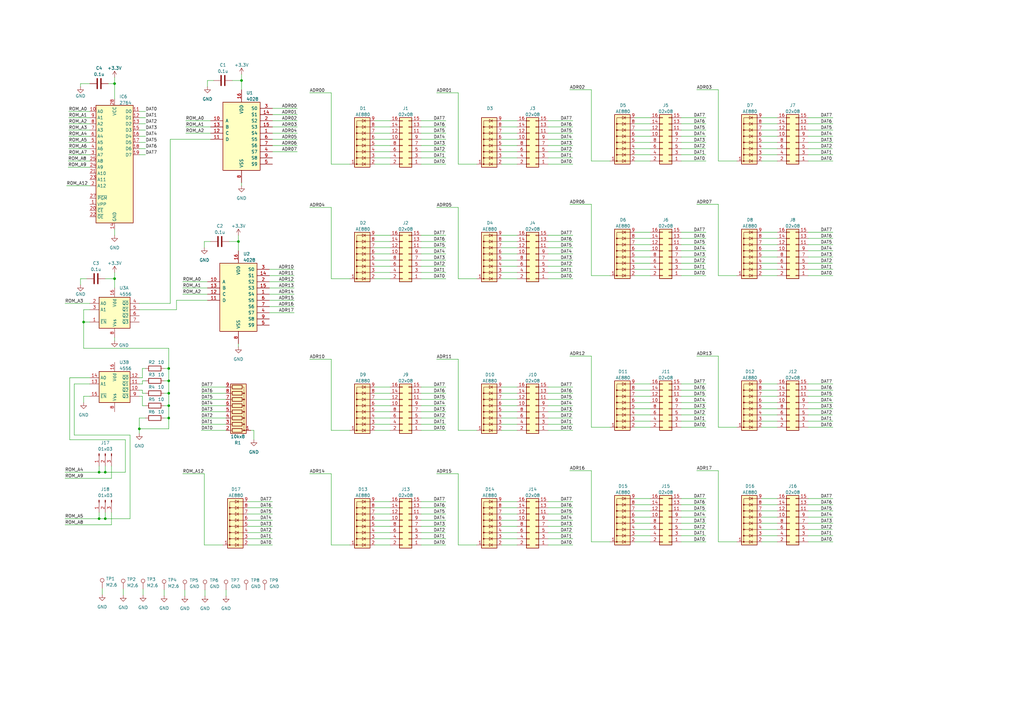
<source format=kicad_sch>
(kicad_sch (version 20230121) (generator eeschema)
  (paper "A3")
  (junction (at 57.15 175.895))
  (junction (at 69.215 156.21))
  (junction (at 69.215 161.29))
  (junction (at 46.99 114.3))
  (junction (at 43.18 193.675))
  (junction (at 40.64 193.675))
  (junction (at 69.215 151.13))
  (junction (at 69.215 166.37))
  (junction (at 99.06 33.02))
  (junction (at 40.64 212.725))
  (junction (at 34.29 132.08))
  (junction (at 43.18 212.725))
  (junction (at 69.215 171.45))
  (junction (at 46.99 34.29))
  (junction (at 97.79 99.06))
  (wire (pts (xy 331.47 60.96) (xy 341.4177 60.96)))
  (wire (pts (xy 224.79 220.98) (xy 234.95 220.98)))
  (wire (pts (xy 95.25 33.02) (xy 99.06 33.02)))
  (wire (pts (xy 34.29 132.08) (xy 36.83 132.08)))
  (wire (pts (xy 153.67 96.52) (xy 160.02 96.52)))
  (wire (pts (xy 312.42 217.17) (xy 318.77 217.17)))
  (wire (pts (xy 172.72 205.74) (xy 182.88 205.74)))
  (wire (pts (xy 172.72 220.98) (xy 182.88 220.98)))
  (wire (pts (xy 59.69 156.21) (xy 58.42 156.21)))
  (wire (pts (xy 224.79 163.83) (xy 234.95 163.83)))
  (wire (pts (xy 224.79 223.52) (xy 234.95 223.52)))
  (wire (pts (xy 224.79 218.44) (xy 234.7377 218.44)))
  (wire (pts (xy 72.39 123.19) (xy 85.09 123.19)))
  (wire (pts (xy 51.435 180.34) (xy 51.435 193.675)))
  (wire (pts (xy 205.74 111.76) (xy 212.09 111.76)))
  (wire (pts (xy 279.4 100.33) (xy 289.56 100.33)))
  (wire (pts (xy 312.42 53.34) (xy 318.77 53.34)))
  (wire (pts (xy 205.74 223.52) (xy 212.09 223.52)))
  (wire (pts (xy 57.15 60.96) (xy 59.69 60.96)))
  (wire (pts (xy 312.42 219.71) (xy 318.77 219.71)))
  (wire (pts (xy 331.47 53.34) (xy 341.63 53.34)))
  (wire (pts (xy 312.42 97.79) (xy 318.77 97.79)))
  (wire (pts (xy 205.74 99.06) (xy 212.09 99.06)))
  (wire (pts (xy 312.42 100.33) (xy 318.77 100.33)))
  (wire (pts (xy 260.35 113.03) (xy 266.7 113.03)))
  (wire (pts (xy 153.67 213.36) (xy 160.02 213.36)))
  (wire (pts (xy 224.79 109.22) (xy 234.7377 109.22)))
  (wire (pts (xy 312.42 107.95) (xy 318.77 107.95)))
  (wire (pts (xy 172.72 106.68) (xy 182.88 106.68)))
  (wire (pts (xy 59.69 151.13) (xy 58.42 151.13)))
  (wire (pts (xy 187.96 194.31) (xy 187.96 223.52)))
  (wire (pts (xy 205.74 52.07) (xy 212.09 52.07)))
  (wire (pts (xy 331.47 162.56) (xy 341.63 162.56)))
  (wire (pts (xy 57.15 171.45) (xy 59.69 171.45)))
  (wire (pts (xy 205.74 158.75) (xy 212.09 158.75)))
  (wire (pts (xy 224.79 208.28) (xy 234.95 208.28)))
  (wire (pts (xy 312.42 110.49) (xy 318.77 110.49)))
  (wire (pts (xy 205.74 49.53) (xy 212.09 49.53)))
  (wire (pts (xy 36.83 154.94) (xy 28.575 154.94)))
  (wire (pts (xy 312.42 160.02) (xy 318.77 160.02)))
  (wire (pts (xy 242.57 146.05) (xy 242.57 175.26)))
  (wire (pts (xy 172.72 173.99) (xy 182.88 173.99)))
  (wire (pts (xy 312.42 204.47) (xy 318.77 204.47)))
  (wire (pts (xy 205.74 64.77) (xy 212.09 64.77)))
  (wire (pts (xy 57.15 127) (xy 72.39 127)))
  (wire (pts (xy 153.67 52.07) (xy 160.02 52.07)))
  (wire (pts (xy 205.74 213.36) (xy 212.09 213.36)))
  (wire (pts (xy 242.57 36.83) (xy 242.57 66.04)))
  (wire (pts (xy 312.42 48.26) (xy 318.77 48.26)))
  (wire (pts (xy 172.72 114.3) (xy 182.88 114.3)))
  (wire (pts (xy 294.64 113.03) (xy 302.26 113.03)))
  (wire (pts (xy 153.67 114.3) (xy 160.02 114.3)))
  (wire (pts (xy 294.64 175.26) (xy 302.26 175.26)))
  (wire (pts (xy 69.215 166.37) (xy 69.215 171.45)))
  (wire (pts (xy 46.99 111.76) (xy 46.99 114.3)))
  (wire (pts (xy 224.79 57.15) (xy 234.95 57.15)))
  (wire (pts (xy 205.74 161.29) (xy 212.09 161.29)))
  (wire (pts (xy 312.42 95.25) (xy 318.77 95.25)))
  (wire (pts (xy 86.36 57.15) (xy 69.85 57.15)))
  (wire (pts (xy 331.47 55.88) (xy 341.63 55.88)))
  (wire (pts (xy 153.67 104.14) (xy 160.02 104.14)))
  (wire (pts (xy 260.35 55.88) (xy 266.7 55.88)))
  (wire (pts (xy 331.47 212.09) (xy 341.63 212.09)))
  (wire (pts (xy 111.76 59.69) (xy 121.92 59.69)))
  (wire (pts (xy 67.31 161.29) (xy 69.215 161.29)))
  (wire (pts (xy 97.79 140.97) (xy 97.79 142.24)))
  (wire (pts (xy 205.74 109.22) (xy 212.09 109.22)))
  (wire (pts (xy 172.72 62.23) (xy 182.6677 62.23)))
  (wire (pts (xy 101.6 213.36) (xy 111.76 213.36)))
  (wire (pts (xy 111.76 57.15) (xy 121.92 57.15)))
  (wire (pts (xy 172.72 215.9) (xy 182.88 215.9)))
  (wire (pts (xy 153.67 99.06) (xy 160.02 99.06)))
  (wire (pts (xy 260.35 165.1) (xy 266.7 165.1)))
  (wire (pts (xy 59.69 161.29) (xy 58.42 161.29)))
  (wire (pts (xy 205.74 220.98) (xy 212.09 220.98)))
  (wire (pts (xy 294.64 193.04) (xy 294.64 222.25)))
  (wire (pts (xy 69.215 175.895) (xy 57.15 175.895)))
  (wire (pts (xy 85.09 35.56) (xy 85.09 33.02)))
  (wire (pts (xy 279.4 222.25) (xy 289.56 222.25)))
  (wire (pts (xy 44.45 34.29) (xy 46.99 34.29)))
  (wire (pts (xy 279.4 219.71) (xy 289.56 219.71)))
  (wire (pts (xy 312.42 58.42) (xy 318.77 58.42)))
  (wire (pts (xy 279.4 207.01) (xy 289.56 207.01)))
  (wire (pts (xy 205.74 101.6) (xy 212.09 101.6)))
  (wire (pts (xy 187.96 147.32) (xy 187.96 176.53)))
  (wire (pts (xy 110.49 128.27) (xy 120.65 128.27)))
  (wire (pts (xy 27.94 68.58) (xy 36.83 68.58)))
  (wire (pts (xy 224.79 67.31) (xy 234.95 67.31)))
  (wire (pts (xy 127 194.31) (xy 135.89 194.31)))
  (wire (pts (xy 40.64 193.675) (xy 43.18 193.675)))
  (wire (pts (xy 110.49 123.19) (xy 120.65 123.19)))
  (wire (pts (xy 26.67 193.675) (xy 40.64 193.675)))
  (wire (pts (xy 224.79 106.68) (xy 234.95 106.68)))
  (wire (pts (xy 260.35 100.33) (xy 266.7 100.33)))
  (wire (pts (xy 279.4 214.63) (xy 289.56 214.63)))
  (wire (pts (xy 135.89 194.31) (xy 135.89 223.52)))
  (wire (pts (xy 135.89 147.32) (xy 135.89 176.53)))
  (wire (pts (xy 331.47 97.79) (xy 341.63 97.79)))
  (wire (pts (xy 331.47 66.04) (xy 341.63 66.04)))
  (wire (pts (xy 331.47 170.18) (xy 341.4177 170.18)))
  (wire (pts (xy 172.72 161.29) (xy 182.88 161.29)))
  (wire (pts (xy 111.76 52.07) (xy 121.92 52.07)))
  (wire (pts (xy 242.57 113.03) (xy 250.19 113.03)))
  (wire (pts (xy 331.47 167.64) (xy 341.63 167.64)))
  (wire (pts (xy 28.194 45.72) (xy 36.83 45.72)))
  (wire (pts (xy 294.64 83.82) (xy 294.64 113.03)))
  (wire (pts (xy 57.15 48.26) (xy 59.69 48.26)))
  (wire (pts (xy 294.64 222.25) (xy 302.26 222.25)))
  (wire (pts (xy 312.42 209.55) (xy 318.77 209.55)))
  (wire (pts (xy 135.89 67.31) (xy 143.51 67.31)))
  (wire (pts (xy 205.74 163.83) (xy 212.09 163.83)))
  (wire (pts (xy 46.99 31.75) (xy 46.99 34.29)))
  (wire (pts (xy 82.55 176.53) (xy 92.71 176.53)))
  (wire (pts (xy 153.67 163.83) (xy 160.02 163.83)))
  (wire (pts (xy 331.47 175.26) (xy 341.63 175.26)))
  (wire (pts (xy 58.674 241.554) (xy 58.674 244.094)))
  (wire (pts (xy 279.4 209.55) (xy 289.56 209.55)))
  (wire (pts (xy 312.42 170.18) (xy 318.77 170.18)))
  (wire (pts (xy 205.74 168.91) (xy 212.09 168.91)))
  (wire (pts (xy 69.85 57.15) (xy 69.85 124.46)))
  (wire (pts (xy 312.42 63.5) (xy 318.77 63.5)))
  (wire (pts (xy 50.546 241.554) (xy 50.546 244.094)))
  (wire (pts (xy 260.35 48.26) (xy 266.7 48.26)))
  (wire (pts (xy 279.4 170.18) (xy 289.3477 170.18)))
  (wire (pts (xy 294.64 146.05) (xy 294.64 175.26)))
  (wire (pts (xy 74.93 118.11) (xy 85.09 118.11)))
  (wire (pts (xy 84.074 241.935) (xy 84.074 244.475)))
  (wire (pts (xy 260.35 53.34) (xy 266.7 53.34)))
  (wire (pts (xy 279.4 172.72) (xy 289.56 172.72)))
  (wire (pts (xy 172.72 101.6) (xy 182.88 101.6)))
  (wire (pts (xy 153.67 158.75) (xy 160.02 158.75)))
  (wire (pts (xy 285.75 146.05) (xy 294.64 146.05)))
  (wire (pts (xy 205.74 166.37) (xy 212.09 166.37)))
  (wire (pts (xy 233.68 83.82) (xy 242.57 83.82)))
  (wire (pts (xy 172.72 171.45) (xy 182.6677 171.45)))
  (wire (pts (xy 260.35 175.26) (xy 266.7 175.26)))
  (wire (pts (xy 331.47 110.49) (xy 341.63 110.49)))
  (wire (pts (xy 74.93 194.31) (xy 83.82 194.31)))
  (wire (pts (xy 205.74 114.3) (xy 212.09 114.3)))
  (wire (pts (xy 205.74 67.31) (xy 212.09 67.31)))
  (wire (pts (xy 82.55 161.29) (xy 92.71 161.29)))
  (wire (pts (xy 67.31 171.45) (xy 69.215 171.45)))
  (wire (pts (xy 43.18 212.725) (xy 43.18 210.185)))
  (wire (pts (xy 224.79 64.77) (xy 234.95 64.77)))
  (wire (pts (xy 279.4 204.47) (xy 289.56 204.47)))
  (wire (pts (xy 172.72 96.52) (xy 182.88 96.52)))
  (wire (pts (xy 179.07 85.09) (xy 187.96 85.09)))
  (wire (pts (xy 76.2 52.07) (xy 86.36 52.07)))
  (wire (pts (xy 59.69 166.37) (xy 58.42 166.37)))
  (wire (pts (xy 82.55 168.91) (xy 92.71 168.91)))
  (wire (pts (xy 82.55 158.75) (xy 92.71 158.75)))
  (wire (pts (xy 172.72 64.77) (xy 182.88 64.77)))
  (wire (pts (xy 242.57 193.04) (xy 242.57 222.25)))
  (wire (pts (xy 242.57 175.26) (xy 250.19 175.26)))
  (wire (pts (xy 331.47 160.02) (xy 341.63 160.02)))
  (wire (pts (xy 153.67 220.98) (xy 160.02 220.98)))
  (wire (pts (xy 187.96 38.1) (xy 187.96 67.31)))
  (wire (pts (xy 41.91 241.3) (xy 41.91 243.84)))
  (wire (pts (xy 93.98 99.06) (xy 97.79 99.06)))
  (wire (pts (xy 260.35 170.18) (xy 266.7 170.18)))
  (wire (pts (xy 82.55 163.83) (xy 92.71 163.83)))
  (wire (pts (xy 172.72 57.15) (xy 182.88 57.15)))
  (wire (pts (xy 110.49 118.11) (xy 120.65 118.11)))
  (wire (pts (xy 205.74 210.82) (xy 212.09 210.82)))
  (wire (pts (xy 57.15 63.5) (xy 59.69 63.5)))
  (wire (pts (xy 331.47 172.72) (xy 341.63 172.72)))
  (wire (pts (xy 331.47 58.42) (xy 341.63 58.42)))
  (wire (pts (xy 58.42 162.56) (xy 57.15 162.56)))
  (wire (pts (xy 43.18 114.3) (xy 46.99 114.3)))
  (wire (pts (xy 101.6 210.82) (xy 111.76 210.82)))
  (wire (pts (xy 76.2 49.53) (xy 86.36 49.53)))
  (wire (pts (xy 260.35 60.96) (xy 266.7 60.96)))
  (wire (pts (xy 135.89 114.3) (xy 143.51 114.3)))
  (wire (pts (xy 36.83 34.29) (xy 33.02 34.29)))
  (wire (pts (xy 285.75 36.83) (xy 294.64 36.83)))
  (wire (pts (xy 224.79 215.9) (xy 234.95 215.9)))
  (wire (pts (xy 153.67 101.6) (xy 160.02 101.6)))
  (wire (pts (xy 57.15 58.42) (xy 59.69 58.42)))
  (wire (pts (xy 43.18 193.675) (xy 43.18 191.135)))
  (wire (pts (xy 224.79 104.14) (xy 234.95 104.14)))
  (wire (pts (xy 110.49 125.73) (xy 120.65 125.73)))
  (wire (pts (xy 205.74 208.28) (xy 212.09 208.28)))
  (wire (pts (xy 205.74 176.53) (xy 212.09 176.53)))
  (wire (pts (xy 172.72 52.07) (xy 182.88 52.07)))
  (wire (pts (xy 58.42 161.29) (xy 58.42 160.02)))
  (wire (pts (xy 312.42 212.09) (xy 318.77 212.09)))
  (wire (pts (xy 187.96 176.53) (xy 195.58 176.53)))
  (wire (pts (xy 294.64 66.04) (xy 302.26 66.04)))
  (wire (pts (xy 58.42 160.02) (xy 57.15 160.02)))
  (wire (pts (xy 279.4 53.34) (xy 289.56 53.34)))
  (wire (pts (xy 34.29 142.875) (xy 69.215 142.875)))
  (wire (pts (xy 45.72 210.185) (xy 45.72 215.265)))
  (wire (pts (xy 172.72 158.75) (xy 182.88 158.75)))
  (wire (pts (xy 110.49 115.57) (xy 120.65 115.57)))
  (wire (pts (xy 153.67 106.68) (xy 160.02 106.68)))
  (wire (pts (xy 58.42 166.37) (xy 58.42 162.56)))
  (wire (pts (xy 279.4 105.41) (xy 289.56 105.41)))
  (wire (pts (xy 74.93 115.57) (xy 85.09 115.57)))
  (wire (pts (xy 279.4 157.48) (xy 289.56 157.48)))
  (wire (pts (xy 224.79 49.53) (xy 234.95 49.53)))
  (wire (pts (xy 30.48 178.435) (xy 53.34 178.435)))
  (wire (pts (xy 58.42 157.48) (xy 57.15 157.48)))
  (wire (pts (xy 187.96 67.31) (xy 195.58 67.31)))
  (wire (pts (xy 279.4 107.95) (xy 289.3477 107.95)))
  (wire (pts (xy 57.15 175.895) (xy 57.15 177.8)))
  (wire (pts (xy 205.74 215.9) (xy 212.09 215.9)))
  (wire (pts (xy 28.194 63.5) (xy 36.83 63.5)))
  (wire (pts (xy 28.194 55.88) (xy 36.83 55.88)))
  (wire (pts (xy 279.4 165.1) (xy 289.56 165.1)))
  (wire (pts (xy 135.89 85.09) (xy 135.89 114.3)))
  (wire (pts (xy 331.47 113.03) (xy 341.63 113.03)))
  (wire (pts (xy 331.47 222.25) (xy 341.63 222.25)))
  (wire (pts (xy 172.72 111.76) (xy 182.88 111.76)))
  (wire (pts (xy 33.02 114.3) (xy 35.56 114.3)))
  (wire (pts (xy 34.29 132.08) (xy 34.29 142.875)))
  (wire (pts (xy 153.67 54.61) (xy 160.02 54.61)))
  (wire (pts (xy 279.4 50.8) (xy 289.56 50.8)))
  (wire (pts (xy 172.72 166.37) (xy 182.88 166.37)))
  (wire (pts (xy 67.31 166.37) (xy 69.215 166.37)))
  (wire (pts (xy 58.42 151.13) (xy 58.42 154.94)))
  (wire (pts (xy 260.35 219.71) (xy 266.7 219.71)))
  (wire (pts (xy 153.67 173.99) (xy 160.02 173.99)))
  (wire (pts (xy 312.42 214.63) (xy 318.77 214.63)))
  (wire (pts (xy 83.82 194.31) (xy 83.82 223.52)))
  (wire (pts (xy 242.57 83.82) (xy 242.57 113.03)))
  (wire (pts (xy 260.35 204.47) (xy 266.7 204.47)))
  (wire (pts (xy 331.47 219.71) (xy 341.63 219.71)))
  (wire (pts (xy 179.07 194.31) (xy 187.96 194.31)))
  (wire (pts (xy 76.2 54.61) (xy 86.36 54.61)))
  (wire (pts (xy 172.72 109.22) (xy 182.6677 109.22)))
  (wire (pts (xy 179.07 147.32) (xy 187.96 147.32)))
  (wire (pts (xy 53.34 212.725) (xy 43.18 212.725)))
  (wire (pts (xy 233.68 193.04) (xy 242.57 193.04)))
  (wire (pts (xy 260.35 50.8) (xy 266.7 50.8)))
  (wire (pts (xy 331.47 48.26) (xy 341.63 48.26)))
  (wire (pts (xy 312.42 105.41) (xy 318.77 105.41)))
  (wire (pts (xy 279.4 66.04) (xy 289.56 66.04)))
  (wire (pts (xy 172.72 208.28) (xy 182.88 208.28)))
  (wire (pts (xy 260.35 162.56) (xy 266.7 162.56)))
  (wire (pts (xy 224.79 111.76) (xy 234.95 111.76)))
  (wire (pts (xy 82.55 173.99) (xy 92.71 173.99)))
  (wire (pts (xy 101.6 208.28) (xy 111.76 208.28)))
  (wire (pts (xy 260.35 217.17) (xy 266.7 217.17)))
  (wire (pts (xy 69.215 171.45) (xy 69.215 175.895)))
  (wire (pts (xy 135.89 223.52) (xy 143.51 223.52)))
  (wire (pts (xy 28.575 180.34) (xy 51.435 180.34)))
  (wire (pts (xy 260.35 172.72) (xy 266.7 172.72)))
  (wire (pts (xy 28.194 60.96) (xy 36.83 60.96)))
  (wire (pts (xy 331.47 165.1) (xy 341.63 165.1)))
  (wire (pts (xy 224.79 205.74) (xy 234.95 205.74)))
  (wire (pts (xy 153.67 223.52) (xy 160.02 223.52)))
  (wire (pts (xy 28.194 50.8) (xy 36.83 50.8)))
  (wire (pts (xy 224.79 173.99) (xy 234.95 173.99)))
  (wire (pts (xy 135.89 176.53) (xy 143.51 176.53)))
  (wire (pts (xy 153.67 168.91) (xy 160.02 168.91)))
  (wire (pts (xy 127 85.09) (xy 135.89 85.09)))
  (wire (pts (xy 45.72 191.135) (xy 45.72 196.215)))
  (wire (pts (xy 279.4 48.26) (xy 289.56 48.26)))
  (wire (pts (xy 104.14 176.53) (xy 104.14 180.34)))
  (wire (pts (xy 69.215 142.875) (xy 69.215 151.13)))
  (wire (pts (xy 260.35 95.25) (xy 266.7 95.25)))
  (wire (pts (xy 312.42 167.64) (xy 318.77 167.64)))
  (wire (pts (xy 279.4 113.03) (xy 289.56 113.03)))
  (wire (pts (xy 279.4 95.25) (xy 289.56 95.25)))
  (wire (pts (xy 153.67 208.28) (xy 160.02 208.28)))
  (wire (pts (xy 28.194 58.42) (xy 36.83 58.42)))
  (wire (pts (xy 40.64 212.725) (xy 43.18 212.725)))
  (wire (pts (xy 312.42 222.25) (xy 318.77 222.25)))
  (wire (pts (xy 205.74 57.15) (xy 212.09 57.15)))
  (wire (pts (xy 279.4 58.42) (xy 289.56 58.42)))
  (wire (pts (xy 111.76 49.53) (xy 121.92 49.53)))
  (wire (pts (xy 110.49 110.49) (xy 120.65 110.49)))
  (wire (pts (xy 279.4 217.17) (xy 289.3477 217.17)))
  (wire (pts (xy 224.79 101.6) (xy 234.95 101.6)))
  (wire (pts (xy 331.47 95.25) (xy 341.63 95.25)))
  (wire (pts (xy 57.15 171.45) (xy 57.15 175.895)))
  (wire (pts (xy 312.42 162.56) (xy 318.77 162.56)))
  (wire (pts (xy 34.29 162.56) (xy 36.83 162.56)))
  (wire (pts (xy 224.79 52.07) (xy 234.95 52.07)))
  (wire (pts (xy 153.67 67.31) (xy 160.02 67.31)))
  (wire (pts (xy 331.47 100.33) (xy 341.63 100.33)))
  (wire (pts (xy 83.82 99.06) (xy 86.36 99.06)))
  (wire (pts (xy 224.79 210.82) (xy 234.95 210.82)))
  (wire (pts (xy 172.72 59.69) (xy 182.88 59.69)))
  (wire (pts (xy 224.79 54.61) (xy 234.95 54.61)))
  (wire (pts (xy 312.42 207.01) (xy 318.77 207.01)))
  (wire (pts (xy 294.64 36.83) (xy 294.64 66.04)))
  (wire (pts (xy 205.74 171.45) (xy 212.09 171.45)))
  (wire (pts (xy 153.67 62.23) (xy 160.02 62.23)))
  (wire (pts (xy 111.76 44.45) (xy 121.92 44.45)))
  (wire (pts (xy 312.42 60.96) (xy 318.77 60.96)))
  (wire (pts (xy 58.42 154.94) (xy 57.15 154.94)))
  (wire (pts (xy 27.305 76.2) (xy 36.83 76.2)))
  (wire (pts (xy 331.47 107.95) (xy 341.4177 107.95)))
  (wire (pts (xy 127 147.32) (xy 135.89 147.32)))
  (wire (pts (xy 28.194 48.26) (xy 36.83 48.26)))
  (wire (pts (xy 224.79 168.91) (xy 234.95 168.91)))
  (wire (pts (xy 224.79 158.75) (xy 234.95 158.75)))
  (wire (pts (xy 331.47 50.8) (xy 341.63 50.8)))
  (wire (pts (xy 331.47 207.01) (xy 341.63 207.01)))
  (wire (pts (xy 69.215 161.29) (xy 69.215 166.37)))
  (wire (pts (xy 224.79 114.3) (xy 234.95 114.3)))
  (wire (pts (xy 224.79 161.29) (xy 234.95 161.29)))
  (wire (pts (xy 46.99 34.29) (xy 46.99 40.64)))
  (wire (pts (xy 57.15 53.34) (xy 59.69 53.34)))
  (wire (pts (xy 99.06 74.93) (xy 99.06 76.2)))
  (wire (pts (xy 172.72 49.53) (xy 182.88 49.53)))
  (wire (pts (xy 72.39 127) (xy 72.39 123.19)))
  (wire (pts (xy 260.35 110.49) (xy 266.7 110.49)))
  (wire (pts (xy 260.35 222.25) (xy 266.7 222.25)))
  (wire (pts (xy 74.93 120.65) (xy 85.09 120.65)))
  (wire (pts (xy 153.67 59.69) (xy 160.02 59.69)))
  (wire (pts (xy 34.29 162.56) (xy 34.29 165.1)))
  (wire (pts (xy 312.42 66.04) (xy 318.77 66.04)))
  (wire (pts (xy 279.4 162.56) (xy 289.56 162.56)))
  (wire (pts (xy 279.4 102.87) (xy 289.56 102.87)))
  (wire (pts (xy 28.575 154.94) (xy 28.575 180.34)))
  (wire (pts (xy 260.35 212.09) (xy 266.7 212.09)))
  (wire (pts (xy 110.49 113.03) (xy 120.65 113.03)))
  (wire (pts (xy 187.96 223.52) (xy 195.58 223.52)))
  (wire (pts (xy 83.82 101.6) (xy 83.82 99.06)))
  (wire (pts (xy 57.15 50.8) (xy 59.69 50.8)))
  (wire (pts (xy 40.64 191.135) (xy 40.64 193.675)))
  (wire (pts (xy 279.4 97.79) (xy 289.56 97.79)))
  (wire (pts (xy 260.35 167.64) (xy 266.7 167.64)))
  (wire (pts (xy 312.42 172.72) (xy 318.77 172.72)))
  (wire (pts (xy 92.71 241.935) (xy 92.71 244.475)))
  (wire (pts (xy 57.15 55.88) (xy 59.69 55.88)))
  (wire (pts (xy 224.79 96.52) (xy 234.95 96.52)))
  (wire (pts (xy 99.06 30.48) (xy 99.06 33.02)))
  (wire (pts (xy 172.72 54.61) (xy 182.88 54.61)))
  (wire (pts (xy 172.72 176.53) (xy 182.88 176.53)))
  (wire (pts (xy 153.67 49.53) (xy 160.02 49.53)))
  (wire (pts (xy 58.42 156.21) (xy 58.42 157.48)))
  (wire (pts (xy 331.47 204.47) (xy 341.63 204.47)))
  (wire (pts (xy 26.67 215.265) (xy 45.72 215.265)))
  (wire (pts (xy 224.79 213.36) (xy 234.95 213.36)))
  (wire (pts (xy 331.47 214.63) (xy 341.63 214.63)))
  (wire (pts (xy 172.72 163.83) (xy 182.88 163.83)))
  (wire (pts (xy 331.47 102.87) (xy 341.63 102.87)))
  (wire (pts (xy 153.67 161.29) (xy 160.02 161.29)))
  (wire (pts (xy 101.6 218.44) (xy 111.5477 218.44)))
  (wire (pts (xy 30.48 157.48) (xy 30.48 178.435)))
  (wire (pts (xy 82.55 171.45) (xy 92.71 171.45)))
  (wire (pts (xy 260.35 160.02) (xy 266.7 160.02)))
  (wire (pts (xy 260.35 102.87) (xy 266.7 102.87)))
  (wire (pts (xy 260.35 58.42) (xy 266.7 58.42)))
  (wire (pts (xy 312.42 113.03) (xy 318.77 113.03)))
  (wire (pts (xy 331.47 157.48) (xy 341.63 157.48)))
  (wire (pts (xy 260.35 157.48) (xy 266.7 157.48)))
  (wire (pts (xy 28.194 53.34) (xy 36.83 53.34)))
  (wire (pts (xy 153.67 215.9) (xy 160.02 215.9)))
  (wire (pts (xy 331.47 217.17) (xy 341.4177 217.17)))
  (wire (pts (xy 153.67 218.44) (xy 160.02 218.44)))
  (wire (pts (xy 99.06 33.02) (xy 99.06 36.83)))
  (wire (pts (xy 312.42 175.26) (xy 318.77 175.26)))
  (wire (pts (xy 153.67 210.82) (xy 160.02 210.82)))
  (wire (pts (xy 153.67 111.76) (xy 160.02 111.76)))
  (wire (pts (xy 172.72 218.44) (xy 182.6677 218.44)))
  (wire (pts (xy 312.42 102.87) (xy 318.77 102.87)))
  (wire (pts (xy 97.79 96.52) (xy 97.79 99.06)))
  (wire (pts (xy 285.75 193.04) (xy 294.64 193.04)))
  (wire (pts (xy 46.99 138.43) (xy 46.99 139.7)))
  (wire (pts (xy 260.35 63.5) (xy 266.7 63.5)))
  (wire (pts (xy 279.4 212.09) (xy 289.56 212.09)))
  (wire (pts (xy 205.74 59.69) (xy 212.09 59.69)))
  (wire (pts (xy 279.4 175.26) (xy 289.56 175.26)))
  (wire (pts (xy 331.47 209.55) (xy 341.63 209.55)))
  (wire (pts (xy 224.79 176.53) (xy 234.95 176.53)))
  (wire (pts (xy 279.4 60.96) (xy 289.3477 60.96)))
  (wire (pts (xy 312.42 50.8) (xy 318.77 50.8)))
  (wire (pts (xy 331.47 105.41) (xy 341.63 105.41)))
  (wire (pts (xy 153.67 176.53) (xy 160.02 176.53)))
  (wire (pts (xy 101.6 205.74) (xy 111.76 205.74)))
  (wire (pts (xy 101.6 220.98) (xy 111.76 220.98)))
  (wire (pts (xy 331.47 63.5) (xy 341.63 63.5)))
  (wire (pts (xy 260.35 107.95) (xy 266.7 107.95)))
  (wire (pts (xy 260.35 214.63) (xy 266.7 214.63)))
  (wire (pts (xy 75.819 241.935) (xy 75.819 244.475)))
  (wire (pts (xy 26.67 124.46) (xy 36.83 124.46)))
  (wire (pts (xy 101.6 215.9) (xy 111.76 215.9)))
  (wire (pts (xy 279.4 63.5) (xy 289.56 63.5)))
  (wire (pts (xy 33.02 34.29) (xy 33.02 35.56)))
  (wire (pts (xy 82.55 166.37) (xy 92.71 166.37)))
  (wire (pts (xy 172.72 168.91) (xy 182.88 168.91)))
  (wire (pts (xy 312.42 165.1) (xy 318.77 165.1)))
  (wire (pts (xy 260.35 66.04) (xy 266.7 66.04)))
  (wire (pts (xy 172.72 213.36) (xy 182.88 213.36)))
  (wire (pts (xy 51.435 193.675) (xy 43.18 193.675)))
  (wire (pts (xy 153.67 171.45) (xy 160.02 171.45)))
  (wire (pts (xy 153.67 57.15) (xy 160.02 57.15)))
  (wire (pts (xy 260.35 209.55) (xy 266.7 209.55)))
  (wire (pts (xy 127 38.1) (xy 135.89 38.1)))
  (wire (pts (xy 205.74 96.52) (xy 212.09 96.52)))
  (wire (pts (xy 187.96 114.3) (xy 195.58 114.3)))
  (wire (pts (xy 34.29 127) (xy 34.29 132.08)))
  (wire (pts (xy 111.76 46.99) (xy 121.92 46.99)))
  (wire (pts (xy 46.99 93.98) (xy 46.99 96.52)))
  (wire (pts (xy 285.75 83.82) (xy 294.64 83.82)))
  (wire (pts (xy 187.96 85.09) (xy 187.96 114.3)))
  (wire (pts (xy 279.4 55.88) (xy 289.56 55.88)))
  (wire (pts (xy 26.67 212.725) (xy 40.64 212.725)))
  (wire (pts (xy 111.76 54.61) (xy 121.92 54.61)))
  (wire (pts (xy 83.82 223.52) (xy 91.44 223.52)))
  (wire (pts (xy 40.64 210.185) (xy 40.64 212.725)))
  (wire (pts (xy 224.79 99.06) (xy 234.95 99.06)))
  (wire (pts (xy 242.57 222.25) (xy 250.19 222.25)))
  (wire (pts (xy 53.34 178.435) (xy 53.34 212.725)))
  (wire (pts (xy 279.4 110.49) (xy 289.56 110.49)))
  (wire (pts (xy 224.79 62.23) (xy 234.7377 62.23)))
  (wire (pts (xy 172.72 223.52) (xy 182.88 223.52)))
  (wire (pts (xy 279.4 167.64) (xy 289.56 167.64)))
  (wire (pts (xy 101.6 223.52) (xy 111.76 223.52)))
  (wire (pts (xy 46.99 114.3) (xy 46.99 118.11)))
  (wire (pts (xy 67.31 156.21) (xy 69.215 156.21)))
  (wire (pts (xy 97.79 99.06) (xy 97.79 102.87)))
  (wire (pts (xy 27.94 66.04) (xy 36.83 66.04)))
  (wire (pts (xy 153.67 166.37) (xy 160.02 166.37)))
  (wire (pts (xy 224.79 171.45) (xy 234.7377 171.45)))
  (wire (pts (xy 36.83 127) (xy 34.29 127)))
  (wire (pts (xy 233.68 36.83) (xy 242.57 36.83)))
  (wire (pts (xy 205.74 104.14) (xy 212.09 104.14)))
  (wire (pts (xy 153.67 205.74) (xy 160.02 205.74)))
  (wire (pts (xy 205.74 205.74) (xy 212.09 205.74)))
  (wire (pts (xy 69.215 151.13) (xy 69.215 156.21)))
  (wire (pts (xy 33.02 116.84) (xy 33.02 114.3)))
  (wire (pts (xy 172.72 104.14) (xy 182.88 104.14)))
  (wire (pts (xy 312.42 55.88) (xy 318.77 55.88)))
  (wire (pts (xy 36.83 157.48) (xy 30.48 157.48)))
  (wire (pts (xy 242.57 66.04) (xy 250.19 66.04)))
  (wire (pts (xy 260.35 105.41) (xy 266.7 105.41)))
  (wire (pts (xy 224.79 59.69) (xy 234.95 59.69)))
  (wire (pts (xy 67.31 241.808) (xy 67.31 244.348)))
  (wire (pts (xy 102.87 176.53) (xy 104.14 176.53)))
  (wire (pts (xy 260.35 97.79) (xy 266.7 97.79)))
  (wire (pts (xy 153.67 64.77) (xy 160.02 64.77)))
  (wire (pts (xy 279.4 160.02) (xy 289.56 160.02)))
  (wire (pts (xy 172.72 210.82) (xy 182.88 210.82)))
  (wire (pts (xy 26.67 196.215) (xy 45.72 196.215)))
  (wire (pts (xy 233.68 146.05) (xy 242.57 146.05)))
  (wire (pts (xy 224.79 166.37) (xy 234.95 166.37)))
  (wire (pts (xy 135.89 38.1) (xy 135.89 67.31)))
  (wire (pts (xy 172.72 99.06) (xy 182.88 99.06)))
  (wire (pts (xy 57.15 45.72) (xy 59.69 45.72)))
  (wire (pts (xy 110.49 120.65) (xy 120.65 120.65)))
  (wire (pts (xy 312.42 157.48) (xy 318.77 157.48)))
  (wire (pts (xy 111.76 62.23) (xy 121.92 62.23)))
  (wire (pts (xy 153.67 109.22) (xy 160.02 109.22)))
  (wire (pts (xy 179.07 38.1) (xy 187.96 38.1)))
  (wire (pts (xy 260.35 207.01) (xy 266.7 207.01)))
  (wire (pts (xy 69.85 124.46) (xy 57.15 124.46)))
  (wire (pts (xy 205.74 54.61) (xy 212.09 54.61)))
  (wire (pts (xy 85.09 33.02) (xy 87.63 33.02)))
  (wire (pts (xy 172.72 67.31) (xy 182.88 67.31)))
  (wire (pts (xy 205.74 62.23) (xy 212.09 62.23)))
  (wire (pts (xy 205.74 106.68) (xy 212.09 106.68)))
  (wire (pts (xy 69.215 151.13) (xy 67.31 151.13)))
  (wire (pts (xy 205.74 173.99) (xy 212.09 173.99)))
  (wire (pts (xy 69.215 156.21) (xy 69.215 161.29)))
  (wire (pts (xy 205.74 218.44) (xy 212.09 218.44)))
  (label "DAT2" (at 177.8 218.44 0))
  (label "DAT3" (at 82.55 168.91 0))
  (label "DAT2" (at 336.55 170.18 0))
  (label "DAT3" (at 284.48 105.41 0))
  (label "DAT3" (at 229.87 168.91 0))
  (label "DAT2" (at 106.68 218.44 0))
  (label "ROM_A4" (at 26.67 193.675 0))
  (label "DAT0" (at 177.8 223.52 0))
  (label "DAT2" (at 59.69 50.8 0))
  (label "DAT4" (at 177.8 166.37 0))
  (label "DAT7" (at 177.8 96.52 0))
  (label "DAT4" (at 82.55 166.37 0))
  (label "DAT3" (at 336.55 214.63 0))
  (label "DAT7" (at 336.55 95.25 0))
  (label "DAT1" (at 336.55 219.71 0))
  (label "DAT3" (at 336.55 105.41 0))
  (label "DAT6" (at 284.48 97.79 0))
  (label "DAT3" (at 229.87 215.9 0))
  (label "DAT4" (at 336.55 212.09 0))
  (label "ADR06" (at 233.68 83.82 0))
  (label "ADR14" (at 127 194.31 0))
  (label "ROM_A0" (at 28.194 45.72 0))
  (label "ROM_A8" (at 26.67 215.265 0))
  (label "DAT6" (at 229.87 99.06 0))
  (label "DAT2" (at 336.55 60.96 0))
  (label "DAT5" (at 336.55 162.56 0))
  (label "DAT1" (at 229.87 64.77 0))
  (label "ROM_A8" (at 27.94 66.04 0))
  (label "DAT4" (at 229.87 166.37 0))
  (label "ROM_A3" (at 26.67 124.46 0))
  (label "ADR05" (at 115.57 57.15 0))
  (label "ADR02" (at 115.57 49.53 0))
  (label "DAT1" (at 59.69 48.26 0))
  (label "DAT3" (at 284.48 58.42 0))
  (label "ROM_A7" (at 28.194 63.5 0))
  (label "DAT1" (at 336.55 63.5 0))
  (label "DAT2" (at 229.87 62.23 0))
  (label "DAT4" (at 229.87 213.36 0))
  (label "DAT1" (at 177.8 111.76 0))
  (label "DAT2" (at 336.55 107.95 0))
  (label "ROM_A5" (at 26.67 212.725 0))
  (label "DAT2" (at 336.55 217.17 0))
  (label "DAT0" (at 82.55 176.53 0))
  (label "ADR01" (at 179.07 38.1 0))
  (label "DAT6" (at 106.68 208.28 0))
  (label "DAT3" (at 284.48 214.63 0))
  (label "DAT6" (at 336.55 160.02 0))
  (label "ADR03" (at 115.57 52.07 0))
  (label "DAT1" (at 229.87 173.99 0))
  (label "DAT4" (at 284.48 55.88 0))
  (label "DAT3" (at 229.87 106.68 0))
  (label "DAT7" (at 177.8 205.74 0))
  (label "DAT5" (at 177.8 54.61 0))
  (label "DAT0" (at 229.87 114.3 0))
  (label "DAT7" (at 82.55 158.75 0))
  (label "DAT6" (at 59.69 60.96 0))
  (label "DAT5" (at 177.8 210.82 0))
  (label "DAT0" (at 106.68 223.52 0))
  (label "ADR15" (at 114.3 123.19 0))
  (label "ADR10" (at 127 147.32 0))
  (label "DAT1" (at 284.48 63.5 0))
  (label "DAT6" (at 284.48 50.8 0))
  (label "DAT1" (at 284.48 219.71 0))
  (label "ADR11" (at 114.3 113.03 0))
  (label "ADR04" (at 115.57 54.61 0))
  (label "ROM_A9" (at 26.67 196.215 0))
  (label "ADR01" (at 115.57 46.99 0))
  (label "DAT2" (at 177.8 62.23 0))
  (label "DAT6" (at 336.55 207.01 0))
  (label "DAT4" (at 229.87 57.15 0))
  (label "DAT3" (at 59.69 53.34 0))
  (label "ROM_A6" (at 28.194 60.96 0))
  (label "ADR17" (at 285.75 193.04 0))
  (label "ADR00" (at 115.57 44.45 0))
  (label "ROM_A2" (at 28.194 50.8 0))
  (label "DAT3" (at 177.8 215.9 0))
  (label "ADR07" (at 285.75 83.82 0))
  (label "DAT0" (at 336.55 66.04 0))
  (label "DAT5" (at 59.69 58.42 0))
  (label "DAT3" (at 229.87 59.69 0))
  (label "DAT4" (at 336.55 165.1 0))
  (label "DAT3" (at 284.48 167.64 0))
  (label "DAT7" (at 336.55 48.26 0))
  (label "DAT6" (at 336.55 97.79 0))
  (label "ROM_A1" (at 76.2 52.07 0))
  (label "ADR05" (at 179.07 85.09 0))
  (label "DAT0" (at 336.55 222.25 0))
  (label "DAT2" (at 229.87 171.45 0))
  (label "ADR12" (at 233.68 146.05 0))
  (label "DAT6" (at 177.8 52.07 0))
  (label "ROM_A0" (at 74.93 115.57 0))
  (label "DAT5" (at 177.8 101.6 0))
  (label "DAT7" (at 284.48 95.25 0))
  (label "DAT7" (at 336.55 204.47 0))
  (label "ROM_A12" (at 27.305 76.2 0))
  (label "DAT4" (at 336.55 102.87 0))
  (label "DAT5" (at 336.55 100.33 0))
  (label "DAT6" (at 229.87 52.07 0))
  (label "DAT2" (at 284.48 217.17 0))
  (label "ROM_A9" (at 27.94 68.58 0))
  (label "DAT0" (at 229.87 67.31 0))
  (label "DAT4" (at 336.55 55.88 0))
  (label "ADR13" (at 285.75 146.05 0))
  (label "DAT0" (at 284.48 222.25 0))
  (label "DAT5" (at 229.87 163.83 0))
  (label "DAT7" (at 229.87 205.74 0))
  (label "ADR04" (at 127 85.09 0))
  (label "DAT6" (at 177.8 99.06 0))
  (label "DAT5" (at 284.48 162.56 0))
  (label "DAT7" (at 229.87 158.75 0))
  (label "DAT1" (at 229.87 220.98 0))
  (label "DAT7" (at 284.48 48.26 0))
  (label "ADR00" (at 127 38.1 0))
  (label "ADR15" (at 179.07 194.31 0))
  (label "DAT5" (at 336.55 53.34 0))
  (label "DAT4" (at 284.48 102.87 0))
  (label "DAT4" (at 59.69 55.88 0))
  (label "DAT0" (at 336.55 175.26 0))
  (label "DAT6" (at 177.8 208.28 0))
  (label "DAT3" (at 336.55 58.42 0))
  (label "DAT5" (at 177.8 163.83 0))
  (label "DAT6" (at 284.48 207.01 0))
  (label "DAT7" (at 59.69 63.5 0))
  (label "DAT3" (at 106.68 215.9 0))
  (label "ROM_A12" (at 74.93 194.31 0))
  (label "DAT4" (at 229.87 104.14 0))
  (label "DAT4" (at 177.8 57.15 0))
  (label "DAT5" (at 284.48 209.55 0))
  (label "DAT5" (at 229.87 101.6 0))
  (label "DAT0" (at 59.69 45.72 0))
  (label "ADR17" (at 114.3 128.27 0))
  (label "DAT2" (at 284.48 60.96 0))
  (label "ADR13" (at 114.3 118.11 0))
  (label "ROM_A3" (at 28.194 53.34 0))
  (label "ADR10" (at 114.3 110.49 0))
  (label "DAT0" (at 177.8 176.53 0))
  (label "DAT2" (at 284.48 170.18 0))
  (label "DAT1" (at 177.8 64.77 0))
  (label "DAT1" (at 177.8 220.98 0))
  (label "DAT6" (at 336.55 50.8 0))
  (label "DAT1" (at 177.8 173.99 0))
  (label "DAT7" (at 284.48 157.48 0))
  (label "DAT6" (at 82.55 161.29 0))
  (label "DAT5" (at 229.87 54.61 0))
  (label "DAT2" (at 229.87 109.22 0))
  (label "DAT1" (at 82.55 173.99 0))
  (label "DAT3" (at 336.55 167.64 0))
  (label "DAT4" (at 177.8 104.14 0))
  (label "DAT5" (at 82.55 163.83 0))
  (label "DAT7" (at 106.68 205.74 0))
  (label "ADR14" (at 114.3 120.65 0))
  (label "DAT1" (at 106.68 220.98 0))
  (label "DAT1" (at 336.55 110.49 0))
  (label "DAT0" (at 284.48 113.03 0))
  (label "DAT6" (at 284.48 160.02 0))
  (label "DAT3" (at 177.8 168.91 0))
  (label "DAT7" (at 177.8 158.75 0))
  (label "DAT6" (at 229.87 161.29 0))
  (label "DAT5" (at 284.48 100.33 0))
  (label "DAT3" (at 177.8 106.68 0))
  (label "DAT3" (at 177.8 59.69 0))
  (label "DAT2" (at 177.8 109.22 0))
  (label "DAT4" (at 106.68 213.36 0))
  (label "DAT4" (at 284.48 212.09 0))
  (label "DAT0" (at 229.87 223.52 0))
  (label "DAT4" (at 177.8 213.36 0))
  (label "DAT4" (at 284.48 165.1 0))
  (label "DAT2" (at 284.48 107.95 0))
  (label "ADR16" (at 114.3 125.73 0))
  (label "DAT2" (at 229.87 218.44 0))
  (label "DAT6" (at 229.87 208.28 0))
  (label "ROM_A1" (at 74.93 118.11 0))
  (label "DAT2" (at 177.8 171.45 0))
  (label "DAT6" (at 177.8 161.29 0))
  (label "DAT1" (at 229.87 111.76 0))
  (label "ROM_A5" (at 28.194 58.42 0))
  (label "DAT0" (at 177.8 67.31 0))
  (label "ROM_A4" (at 28.194 55.88 0))
  (label "ADR16" (at 233.68 193.04 0))
  (label "DAT5" (at 284.48 53.34 0))
  (label "ADR12" (at 114.3 115.57 0))
  (label "DAT7" (at 177.8 49.53 0))
  (label "ADR02" (at 233.68 36.83 0))
  (label "DAT0" (at 284.48 175.26 0))
  (label "DAT1" (at 284.48 110.49 0))
  (label "ROM_A2" (at 76.2 54.61 0))
  (label "DAT5" (at 229.87 210.82 0))
  (label "ADR11" (at 179.07 147.32 0))
  (label "DAT7" (at 336.55 157.48 0))
  (label "ROM_A0" (at 76.2 49.53 0))
  (label "ADR06" (at 115.57 59.69 0))
  (label "ROM_A2" (at 74.93 120.65 0))
  (label "DAT1" (at 336.55 172.72 0))
  (label "ROM_A1" (at 28.194 48.26 0))
  (label "DAT7" (at 229.87 49.53 0))
  (label "DAT2" (at 82.55 171.45 0))
  (label "DAT0" (at 177.8 114.3 0))
  (label "ADR07" (at 115.57 62.23 0))
  (label "DAT0" (at 336.55 113.03 0))
  (label "DAT0" (at 229.87 176.53 0))
  (label "DAT7" (at 284.48 204.47 0))
  (label "DAT7" (at 229.87 96.52 0))
  (label "DAT5" (at 336.55 209.55 0))
  (label "DAT1" (at 284.48 172.72 0))
  (label "ADR03" (at 285.75 36.83 0))
  (label "DAT0" (at 284.48 66.04 0))
  (label "DAT5" (at 106.68 210.82 0))
  (symbol (lib_id "power:+3.3V") (at 46.99 111.76 0) (unit 1)
    (property "Reference" "#PWR06" (effects hide))
    (property "Value" "+3.3V" (at 46.99 107.95 0))
  )
  (symbol (lib_id "Connector:Conn_01x03_Pin") (at 43.18 205.105 90) (mirror x) (unit 1)
    (property "Reference" "J18" (at 43.18 200.66 90))
    (property "Value" "01x03" (at 43.18 203.2 90))
    (property "Footprint" "Connector_PinHeader_2.54mm:PinHeader_1x03_P2.54mm_Vertical" (effects hide))
  )
  (symbol (lib_id "usr_Library:D_Network08") (at 255.27 165.1 90) (unit 1)
    (property "Reference" "D11" (at 255.524 152.4 90))
    (property "Value" "AE880" (at 255.524 154.94 90))
    (property "Footprint" "Resistor_THT:R_Array_SIP9" (effects hide))
  )
  (symbol (lib_id "Connector:TestPoint") (at 92.71 241.935 0) (unit 1)
    (property "Reference" "TP7" (at 94.615 237.998 0) (effects (justify left)))
    (property "Value" "GND" (at 94.615 240.538 0) (effects (justify left)))
    (property "Footprint" "TestPoint:TestPoint_2Pads_Pitch2.54mm_Drill0.8mm" (effects hide))
  )
  (symbol (lib_id "power:GND") (at 104.14 180.34 0) (unit 1)
    (property "Reference" "#PWR05" (effects hide))
    (property "Value" "GND" (at 104.14 185.42 0))
  )
  (symbol (lib_id "power:GND") (at 33.02 116.84 0) (unit 1)
    (property "Reference" "#PWR03" (effects hide))
    (property "Value" "GND" (at 33.02 120.65 0))
  )
  (symbol (lib_id "4xxx_IEEE:4556") (at 46.99 158.75 0) (unit 2)
    (property "Reference" "U3" (at 48.9459 148.59 0) (effects (justify left)))
    (property "Value" "4556" (at 48.9459 151.13 0) (effects (justify left)))
    (property "Footprint" "usr-Library:DIP-16_W7.62mm_Socket_mini" (effects hide))
  )
  (symbol (lib_id "usr_Library:D_Network08") (at 200.66 104.14 90) (unit 1)
    (property "Reference" "D4" (at 200.914 91.44 90))
    (property "Value" "AE880" (at 200.914 93.98 90))
    (property "Footprint" "Resistor_THT:R_Array_SIP9" (effects hide))
  )
  (symbol (lib_id "power:+3.3V") (at 46.99 31.75 0) (unit 1)
    (property "Reference" "#PWR051" (effects hide))
    (property "Value" "+3.3V" (at 46.99 27.94 0))
  )
  (symbol (lib_id "Connector:TestPoint") (at 67.31 241.808 0) (unit 1)
    (property "Reference" "TP4" (at 68.834 237.871 0) (effects (justify left)))
    (property "Value" "M2.6" (at 68.834 240.411 0) (effects (justify left)))
    (property "Footprint" "usr-Library:TestPoint_Drill3mm" (effects hide))
  )
  (symbol (lib_id "usr_Library:D_Network08") (at 255.27 55.88 90) (unit 1)
    (property "Reference" "D5" (at 255.524 43.18 90))
    (property "Value" "AE880" (at 255.524 45.72 90))
    (property "Footprint" "Resistor_THT:R_Array_SIP9" (effects hide))
  )
  (symbol (lib_id "power:+3.3V") (at 97.79 96.52 0) (unit 1)
    (property "Reference" "#PWR01" (effects hide))
    (property "Value" "+3.3V" (at 97.79 92.71 0))
  )
  (symbol (lib_id "Connector_Generic:Conn_02x08_Odd_Even") (at 167.64 215.9 180) (unit 1)
    (property "Reference" "J13" (at 166.37 200.66 0))
    (property "Value" "02x08" (at 166.37 203.2 0))
    (property "Footprint" "Connector_PinHeader_2.54mm:PinHeader_2x08_P2.54mm_Vertical" (effects hide))
  )
  (symbol (lib_id "power:GND") (at 84.074 244.475 0) (unit 1)
    (property "Reference" "#PWR022" (effects hide))
    (property "Value" "GND" (at 84.074 249.555 0))
  )
  (symbol (lib_id "power:GND") (at 41.91 243.84 0) (unit 1)
    (property "Reference" "#PWR015" (effects hide))
    (property "Value" "GND" (at 41.91 248.92 0))
  )
  (symbol (lib_id "usr_Library:D_Network08") (at 148.59 104.14 90) (unit 1)
    (property "Reference" "D2" (at 148.844 91.44 90))
    (property "Value" "AE880" (at 148.844 93.98 90))
    (property "Footprint" "Resistor_THT:R_Array_SIP9" (effects hide))
  )
  (symbol (lib_id "usr_Library:D_Network08") (at 307.34 165.1 90) (unit 1)
    (property "Reference" "D12" (at 307.594 152.4 90))
    (property "Value" "AE880" (at 307.594 154.94 90))
    (property "Footprint" "Resistor_THT:R_Array_SIP9" (effects hide))
  )
  (symbol (lib_id "4xxx_IEEE:4556") (at 46.99 128.27 0) (unit 1)
    (property "Reference" "U3" (at 48.9459 118.11 0) (effects (justify left)))
    (property "Value" "4556" (at 48.9459 120.65 0) (effects (justify left)))
    (property "Footprint" "usr-Library:DIP-16_W7.62mm_Socket_mini" (effects hide))
  )
  (symbol (lib_id "Connector:TestPoint") (at 58.674 241.554 0) (unit 1)
    (property "Reference" "TP3" (at 60.198 237.617 0) (effects (justify left)))
    (property "Value" "M2.6" (at 60.198 240.157 0) (effects (justify left)))
    (property "Footprint" "usr-Library:TestPoint_Drill3mm" (effects hide))
  )
  (symbol (lib_id "Connector:TestPoint") (at 50.546 241.554 0) (unit 1)
    (property "Reference" "TP2" (at 52.07 237.617 0) (effects (justify left)))
    (property "Value" "M2.6" (at 52.07 240.157 0) (effects (justify left)))
    (property "Footprint" "usr-Library:TestPoint_Drill3mm" (effects hide))
  )
  (symbol (lib_id "power:GND") (at 58.674 244.094 0) (unit 1)
    (property "Reference" "#PWR017" (effects hide))
    (property "Value" "GND" (at 58.674 249.174 0))
  )
  (symbol (lib_id "power:GND") (at 34.29 165.1 0) (unit 1)
    (property "Reference" "#PWR08" (effects hide))
    (property "Value" "GND" (at 34.29 170.18 0))
  )
  (symbol (lib_id "Connector_Generic:Conn_02x08_Odd_Even") (at 326.39 58.42 180) (unit 1)
    (property "Reference" "J7" (at 325.12 43.18 0))
    (property "Value" "02x08" (at 325.12 45.72 0))
    (property "Footprint" "Connector_PinHeader_2.54mm:PinHeader_2x08_P2.54mm_Vertical" (effects hide))
  )
  (symbol (lib_id "power:GND") (at 46.99 96.52 0) (unit 1)
    (property "Reference" "#PWR050" (effects hide))
    (property "Value" "GND" (at 46.99 101.6 0))
  )
  (symbol (lib_id "power:GND") (at 83.82 101.6 0) (unit 1)
    (property "Reference" "#PWR02" (effects hide))
    (property "Value" "GND" (at 83.82 106.68 0))
  )
  (symbol (lib_id "Connector_Generic:Conn_02x08_Odd_Even") (at 167.64 59.69 180) (unit 1)
    (property "Reference" "J1" (at 166.37 44.45 0))
    (property "Value" "02x08" (at 166.37 46.99 0))
    (property "Footprint" "Connector_PinHeader_2.54mm:PinHeader_2x08_P2.54mm_Vertical" (effects hide))
  )
  (symbol (lib_id "usr_Library:D_Network08") (at 307.34 102.87 90) (unit 1)
    (property "Reference" "D8" (at 307.594 90.17 90))
    (property "Value" "AE880" (at 307.594 92.71 90))
    (property "Footprint" "Resistor_THT:R_Array_SIP9" (effects hide))
  )
  (symbol (lib_id "Device:R") (at 63.5 166.37 90) (unit 1)
    (property "Reference" "R5" (at 62.23 163.83 90))
    (property "Value" "10" (at 66.04 163.83 90))
    (property "Footprint" "usr-Library:R_Axial_DIN0207_L6.3mm_D2.2mm_P2.54mm_Vertical" (effects hide))
  )
  (symbol (lib_id "Connector:TestPoint") (at 108.585 241.935 0) (unit 1)
    (property "Reference" "TP9" (at 110.49 237.998 0) (effects (justify left)))
    (property "Value" "GND" (at 110.49 240.538 0) (effects (justify left)))
    (property "Footprint" "TestPoint:TestPoint_2Pads_Pitch2.54mm_Drill0.8mm" (effects hide))
  )
  (symbol (lib_id "usr_Library:D_Network08") (at 148.59 166.37 90) (unit 1)
    (property "Reference" "D9" (at 148.844 153.67 90))
    (property "Value" "AE880" (at 148.844 156.21 90))
    (property "Footprint" "Resistor_THT:R_Array_SIP9" (effects hide))
  )
  (symbol (lib_id "Connector_Generic:Conn_02x08_Odd_Even") (at 326.39 105.41 180) (unit 1)
    (property "Reference" "J8" (at 325.12 90.17 0))
    (property "Value" "02x08" (at 325.12 92.71 0))
    (property "Footprint" "Connector_PinHeader_2.54mm:PinHeader_2x08_P2.54mm_Vertical" (effects hide))
  )
  (symbol (lib_id "Connector_Generic:Conn_02x08_Odd_Even") (at 326.39 214.63 180) (unit 1)
    (property "Reference" "J16" (at 325.12 199.39 0))
    (property "Value" "02x08" (at 325.12 201.93 0))
    (property "Footprint" "Connector_PinHeader_2.54mm:PinHeader_2x08_P2.54mm_Vertical" (effects hide))
  )
  (symbol (lib_id "usr_Library:D_Network08") (at 148.59 213.36 90) (unit 1)
    (property "Reference" "D13" (at 148.844 200.66 90))
    (property "Value" "AE880" (at 148.844 203.2 90))
    (property "Footprint" "Resistor_THT:R_Array_SIP9" (effects hide))
  )
  (symbol (lib_id "power:GND") (at 75.819 244.475 0) (unit 1)
    (property "Reference" "#PWR019" (effects hide))
    (property "Value" "GND" (at 75.819 249.555 0))
  )
  (symbol (lib_id "Connector_Generic:Conn_02x08_Odd_Even") (at 326.39 167.64 180) (unit 1)
    (property "Reference" "J12" (at 325.12 152.4 0))
    (property "Value" "02x08" (at 325.12 154.94 0))
    (property "Footprint" "Connector_PinHeader_2.54mm:PinHeader_2x08_P2.54mm_Vertical" (effects hide))
  )
  (symbol (lib_id "Device:R_Network08") (at 97.79 166.37 270) (mirror x) (unit 1)
    (property "Reference" "R1" (at 97.536 181.61 90))
    (property "Value" "10kx8" (at 97.536 179.07 90))
    (property "Footprint" "Resistor_THT:R_Array_SIP9" (effects hide))
    (property "Datasheet" "http://www.vishay.com/docs/31509/csc.pdf" (effects hide))
  )
  (symbol (lib_id "Connector_Generic:Conn_02x08_Odd_Even") (at 167.64 168.91 180) (unit 1)
    (property "Reference" "J9" (at 166.37 153.67 0))
    (property "Value" "02x08" (at 166.37 156.21 0))
    (property "Footprint" "Connector_PinHeader_2.54mm:PinHeader_2x08_P2.54mm_Vertical" (effects hide))
  )
  (symbol (lib_id "usr_Library:D_Network08") (at 200.66 57.15 90) (unit 1)
    (property "Reference" "D3" (at 200.914 44.45 90))
    (property "Value" "AE880" (effects hide))
    (property "Footprint" "Resistor_THT:R_Array_SIP9" (effects hide))
  )
  (symbol (lib_id "Connector_Generic:Conn_02x08_Odd_Even") (at 274.32 58.42 180) (unit 1)
    (property "Reference" "J5" (at 273.05 43.18 0))
    (property "Value" "02x08" (at 273.05 45.72 0))
    (property "Footprint" "Connector_PinHeader_2.54mm:PinHeader_2x08_P2.54mm_Vertical" (effects hide))
  )
  (symbol (lib_id "power:GND") (at 85.09 35.56 0) (unit 1)
    (property "Reference" "#PWR021" (effects hide))
    (property "Value" "GND" (at 85.09 40.64 0))
  )
  (symbol (lib_id "Connector_Generic:Conn_02x08_Odd_Even") (at 167.64 106.68 180) (unit 1)
    (property "Reference" "J2" (at 166.37 91.44 0))
    (property "Value" "02x08" (at 166.37 93.98 0))
    (property "Footprint" "Connector_PinHeader_2.54mm:PinHeader_2x08_P2.54mm_Vertical" (effects hide))
  )
  (symbol (lib_id "4xxx:4028") (at 97.79 120.65 0) (unit 1)
    (property "Reference" "U2" (at 99.7459 104.14 0) (effects (justify left)))
    (property "Value" "4028" (at 99.7459 106.68 0) (effects (justify left)))
    (property "Footprint" "usr-Library:DIP-16_W7.62mm_Socket_mini" (effects hide))
    (property "Datasheet" "http://www.intersil.com/content/dam/Intersil/documents/cd40/cd4028bms.pdf" (effects hide))
  )
  (symbol (lib_id "Device:R") (at 63.5 171.45 90) (unit 1)
    (property "Reference" "R6" (at 62.23 168.91 90))
    (property "Value" "10" (at 66.04 168.91 90))
    (property "Footprint" "usr-Library:R_Axial_DIN0207_L6.3mm_D2.2mm_P2.54mm_Vertical" (effects hide))
  )
  (symbol (lib_id "Connector:TestPoint") (at 84.074 241.935 0) (unit 1)
    (property "Reference" "TP6" (at 85.979 237.998 0) (effects (justify left)))
    (property "Value" "GND" (at 85.979 240.538 0) (effects (justify left)))
    (property "Footprint" "TestPoint:TestPoint_2Pads_Pitch2.54mm_Drill0.8mm" (effects hide))
  )
  (symbol (lib_id "Connector_Generic:Conn_02x08_Odd_Even") (at 219.71 215.9 180) (unit 1)
    (property "Reference" "J14" (at 218.44 200.66 0))
    (property "Value" "02x08" (at 218.44 203.2 0))
    (property "Footprint" "Connector_PinHeader_2.54mm:PinHeader_2x08_P2.54mm_Vertical" (effects hide))
  )
  (symbol (lib_id "power:GND") (at 46.99 139.7 0) (unit 1)
    (property "Reference" "#PWR07" (effects hide))
    (property "Value" "GND" (at 50.8 141.605 0))
  )
  (symbol (lib_id "power:GND") (at 97.79 142.24 0) (unit 1)
    (property "Reference" "#PWR04" (effects hide))
    (property "Value" "GND" (at 97.79 147.32 0))
  )
  (symbol (lib_id "Device:R") (at 63.5 156.21 90) (unit 1)
    (property "Reference" "R3" (at 62.23 153.67 90))
    (property "Value" "10" (at 66.04 153.67 90))
    (property "Footprint" "usr-Library:R_Axial_DIN0207_L6.3mm_D2.2mm_P2.54mm_Vertical" (effects hide))
  )
  (symbol (lib_id "4xxx:4028") (at 99.06 54.61 0) (unit 1)
    (property "Reference" "U1" (at 101.0159 38.1 0) (effects (justify left)))
    (property "Value" "4028" (at 101.0159 40.64 0) (effects (justify left)))
    (property "Footprint" "usr-Library:DIP-16_W7.62mm_Socket_mini" (effects hide))
    (property "Datasheet" "http://www.intersil.com/content/dam/Intersil/documents/cd40/cd4028bms.pdf" (effects hide))
  )
  (symbol (lib_id "Connector_Generic:Conn_02x08_Odd_Even") (at 219.71 59.69 180) (unit 1)
    (property "Reference" "J3" (at 218.44 44.45 0))
    (property "Value" "02x08" (at 218.44 46.99 0))
    (property "Footprint" "Connector_PinHeader_2.54mm:PinHeader_2x08_P2.54mm_Vertical" (effects hide))
  )
  (symbol (lib_id "usr_Library:D_Network08") (at 255.27 212.09 90) (unit 1)
    (property "Reference" "D15" (at 255.524 199.39 90))
    (property "Value" "AE880" (at 255.524 201.93 90))
    (property "Footprint" "Resistor_THT:R_Array_SIP9" (effects hide))
  )
  (symbol (lib_id "Connector:Conn_01x03_Pin") (at 43.18 186.055 90) (mirror x) (unit 1)
    (property "Reference" "J17" (at 43.18 181.61 90))
    (property "Value" "01x03" (at 43.18 184.15 90))
    (property "Footprint" "Connector_PinHeader_2.54mm:PinHeader_1x03_P2.54mm_Vertical" (effects hide))
  )
  (symbol (lib_id "Connector_Generic:Conn_02x08_Odd_Even") (at 274.32 167.64 180) (unit 1)
    (property "Reference" "J11" (at 273.05 152.4 0))
    (property "Value" "02x08" (at 273.05 154.94 0))
    (property "Footprint" "Connector_PinHeader_2.54mm:PinHeader_2x08_P2.54mm_Vertical" (effects hide))
  )
  (symbol (lib_id "Connector:TestPoint") (at 75.819 241.935 0) (unit 1)
    (property "Reference" "TP5" (at 77.724 237.998 0) (effects (justify left)))
    (property "Value" "GND" (at 77.724 240.538 0) (effects (justify left)))
    (property "Footprint" "TestPoint:TestPoint_2Pads_Pitch2.54mm_Drill0.8mm" (effects hide))
  )
  (symbol (lib_id "Connector:TestPoint") (at 100.965 241.935 0) (unit 1)
    (property "Reference" "TP8" (at 102.87 237.998 0) (effects (justify left)))
    (property "Value" "GND" (at 102.87 240.538 0) (effects (justify left)))
    (property "Footprint" "TestPoint:TestPoint_2Pads_Pitch2.54mm_Drill0.8mm" (effects hide))
  )
  (symbol (lib_id "power:GND") (at 57.15 177.8 0) (unit 1)
    (property "Reference" "#PWR09" (effects hide))
    (property "Value" "GND" (at 57.15 182.88 0))
  )
  (symbol (lib_id "usr_Library:D_Network08") (at 148.59 57.15 90) (unit 1)
    (property "Reference" "D1" (at 148.844 44.45 90))
    (property "Value" "AE880" (at 148.844 46.99 90))
    (property "Footprint" "Resistor_THT:R_Array_SIP9" (effects hide))
  )
  (symbol (lib_id "usr_Library:D_Network08") (at 307.34 55.88 90) (unit 1)
    (property "Reference" "D7" (at 307.594 43.18 90))
    (property "Value" "AE880" (at 307.594 45.72 90))
    (property "Footprint" "Resistor_THT:R_Array_SIP9" (effects hide))
  )
  (symbol (lib_id "Memory_EPROM:2764") (at 46.99 66.04 0) (unit 1)
    (property "Reference" "IC6" (at 48.9459 39.624 0) (effects (justify left)))
    (property "Value" "2764" (at 48.9459 42.164 0) (effects (justify left)))
    (property "Footprint" "usr-Library:DIP-28_W15.24mm_Socket_mini" (effects hide))
    (property "Datasheet" "https://downloads.reactivemicro.com/Electronics/ROM/2764%20EPROM.pdf" (effects hide))
  )
  (symbol (lib_id "Device:C") (at 90.17 99.06 90) (unit 1)
    (property "Reference" "C2" (at 90.17 92.71 90))
    (property "Value" "0.1u" (at 90.17 95.25 90))
    (property "Footprint" "usr-Library:C_Disc_P2.54mm" (effects hide))
  )
  (symbol (lib_id "Connector_Generic:Conn_02x08_Odd_Even") (at 219.71 106.68 180) (unit 1)
    (property "Reference" "J4" (at 218.44 91.44 0))
    (property "Value" "02x08" (at 218.44 93.98 0))
    (property "Footprint" "Connector_PinHeader_2.54mm:PinHeader_2x08_P2.54mm_Vertical" (effects hide))
  )
  (symbol (lib_id "power:+3.3V") (at 99.06 30.48 0) (unit 1)
    (property "Reference" "#PWR020" (effects hide))
    (property "Value" "+3.3V" (at 99.06 26.67 0))
  )
  (symbol (lib_id "power:GND") (at 33.02 35.56 0) (unit 1)
    (property "Reference" "#PWR055" (effects hide))
    (property "Value" "GND" (at 33.02 39.37 0))
  )
  (symbol (lib_id "Device:C") (at 39.37 114.3 90) (unit 1)
    (property "Reference" "C3" (at 39.37 107.95 90))
    (property "Value" "0.1u" (at 39.37 110.49 90))
    (property "Footprint" "usr-Library:C_Disc_P2.54mm" (effects hide))
  )
  (symbol (lib_id "power:GND") (at 99.06 76.2 0) (unit 1)
    (property "Reference" "#PWR023" (effects hide))
    (property "Value" "GND" (at 99.06 81.28 0))
  )
  (symbol (lib_id "power:GND") (at 50.546 244.094 0) (unit 1)
    (property "Reference" "#PWR016" (effects hide))
    (property "Value" "GND" (at 50.546 249.174 0))
  )
  (symbol (lib_id "Device:C") (at 91.44 33.02 90) (unit 1)
    (property "Reference" "C1" (at 91.44 26.67 90))
    (property "Value" "0.1u" (at 91.44 29.21 90))
    (property "Footprint" "usr-Library:C_Disc_P2.54mm" (effects hide))
  )
  (symbol (lib_id "usr_Library:D_Network08") (at 200.66 213.36 90) (unit 1)
    (property "Reference" "D14" (at 200.914 200.66 90))
    (property "Value" "AE880" (at 200.914 203.2 90))
    (property "Footprint" "Resistor_THT:R_Array_SIP9" (effects hide))
  )
  (symbol (lib_id "usr_Library:D_Network08") (at 255.27 102.87 90) (unit 1)
    (property "Reference" "D6" (at 255.524 90.17 90))
    (property "Value" "AE880" (at 255.524 92.71 90))
    (property "Footprint" "Resistor_THT:R_Array_SIP9" (effects hide))
  )
  (symbol (lib_id "usr_Library:D_Network08") (at 307.34 212.09 90) (unit 1)
    (property "Reference" "D16" (at 307.594 199.39 90))
    (property "Value" "AE880" (at 307.594 201.93 90))
    (property "Footprint" "Resistor_THT:R_Array_SIP9" (effects hide))
  )
  (symbol (lib_id "power:GND") (at 92.71 244.475 0) (unit 1)
    (property "Reference" "#PWR010" (effects hide))
    (property "Value" "GND" (at 92.71 249.555 0))
  )
  (symbol (lib_id "Connector_Generic:Conn_02x08_Odd_Even") (at 219.71 168.91 180) (unit 1)
    (property "Reference" "J10" (at 218.44 153.67 0))
    (property "Value" "02x08" (at 218.44 156.21 0))
    (property "Footprint" "Connector_PinHeader_2.54mm:PinHeader_2x08_P2.54mm_Vertical" (effects hide))
  )
  (symbol (lib_id "usr_Library:D_Network08") (at 200.66 166.37 90) (unit 1)
    (property "Reference" "D10" (at 200.914 153.67 90))
    (property "Value" "AE880" (at 200.914 156.21 90))
    (property "Footprint" "Resistor_THT:R_Array_SIP9" (effects hide))
  )
  (symbol (lib_id "Connector_Generic:Conn_02x08_Odd_Even") (at 274.32 214.63 180) (unit 1)
    (property "Reference" "J15" (at 273.05 199.39 0))
    (property "Value" "02x08" (at 273.05 201.93 0))
    (property "Footprint" "Connector_PinHeader_2.54mm:PinHeader_2x08_P2.54mm_Vertical" (effects hide))
  )
  (symbol (lib_id "power:GND") (at 67.31 244.348 0) (unit 1)
    (property "Reference" "#PWR018" (effects hide))
    (property "Value" "GND" (at 67.31 249.428 0))
  )
  (symbol (lib_id "Device:R") (at 63.5 151.13 90) (unit 1)
    (property "Reference" "R2" (at 62.23 148.59 90))
    (property "Value" "10" (at 66.04 148.59 90))
    (property "Footprint" "usr-Library:R_Axial_DIN0207_L6.3mm_D2.2mm_P2.54mm_Vertical" (effects hide))
  )
  (symbol (lib_id "usr_Library:D_Network08") (at 96.52 213.36 90) (unit 1)
    (property "Reference" "D17" (at 96.774 200.66 90))
    (property "Value" "AE880" (at 96.774 203.2 90))
    (property "Footprint" "Resistor_THT:R_Array_SIP9" (effects hide))
  )
  (symbol (lib_id "Connector_Generic:Conn_02x08_Odd_Even") (at 274.32 105.41 180) (unit 1)
    (property "Reference" "J6" (at 273.05 90.17 0))
    (property "Value" "02x08" (at 273.05 92.71 0))
    (property "Footprint" "Connector_PinHeader_2.54mm:PinHeader_2x08_P2.54mm_Vertical" (effects hide))
  )
  (symbol (lib_id "Connector:TestPoint") (at 41.91 241.3 0) (unit 1)
    (property "Reference" "TP1" (at 43.434 237.363 0) (effects (justify left)))
    (property "Value" "M2.6" (at 43.434 239.903 0) (effects (justify left)))
    (property "Footprint" "usr-Library:TestPoint_Drill3mm" (effects hide))
  )
  (symbol (lib_id "Device:C") (at 40.64 34.29 90) (unit 1)
    (property "Reference" "C4" (at 40.64 27.94 90))
    (property "Value" "0.1u" (at 40.64 30.48 90))
    (property "Footprint" "usr-Library:C_Disc_P2.54mm" (effects hide))
  )
  (symbol (lib_id "Device:R") (at 63.5 161.29 90) (unit 1)
    (property "Reference" "R4" (at 62.23 158.75 90))
    (property "Value" "10" (at 66.04 158.75 90))
    (property "Footprint" "usr-Library:R_Axial_DIN0207_L6.3mm_D2.2mm_P2.54mm_Vertical" (effects hide))
  )
)
</source>
